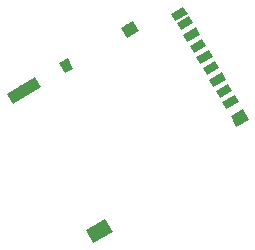
<source format=gtp>
G04 #@! TF.GenerationSoftware,KiCad,Pcbnew,(5.0.2)-1*
G04 #@! TF.CreationDate,2021-09-11T16:33:57+09:00*
G04 #@! TF.ProjectId,Pillar,50696c6c-6172-42e6-9b69-6361645f7063,rev?*
G04 #@! TF.SameCoordinates,Original*
G04 #@! TF.FileFunction,Paste,Top*
G04 #@! TF.FilePolarity,Positive*
%FSLAX46Y46*%
G04 Gerber Fmt 4.6, Leading zero omitted, Abs format (unit mm)*
G04 Created by KiCad (PCBNEW (5.0.2)-1) date 2021/09/11 16:33:57*
%MOMM*%
%LPD*%
G01*
G04 APERTURE LIST*
%ADD10C,0.700000*%
%ADD11C,0.100000*%
%ADD12C,1.000000*%
%ADD13C,0.800000*%
%ADD14C,1.300000*%
G04 APERTURE END LIST*
D10*
G04 #@! TO.C,CN5*
X103752546Y-113449601D03*
D11*
G36*
X103057931Y-113446492D02*
X104097161Y-112846492D01*
X104447161Y-113452710D01*
X103407931Y-114052710D01*
X103057931Y-113446492D01*
X103057931Y-113446492D01*
G37*
D10*
X104227546Y-114272325D03*
D11*
G36*
X103532931Y-114269216D02*
X104572161Y-113669216D01*
X104922161Y-114275434D01*
X103882931Y-114875434D01*
X103532931Y-114269216D01*
X103532931Y-114269216D01*
G37*
D10*
X108077546Y-120940720D03*
D11*
G36*
X107382931Y-120937611D02*
X108422161Y-120337611D01*
X108772161Y-120943829D01*
X107732931Y-121543829D01*
X107382931Y-120937611D01*
X107382931Y-120937611D01*
G37*
D10*
X107527546Y-119988093D03*
D11*
G36*
X106832931Y-119984984D02*
X107872161Y-119384984D01*
X108222161Y-119991202D01*
X107182931Y-120591202D01*
X106832931Y-119984984D01*
X106832931Y-119984984D01*
G37*
D10*
X106977546Y-119035465D03*
D11*
G36*
X106282931Y-119032356D02*
X107322161Y-118432356D01*
X107672161Y-119038574D01*
X106632931Y-119638574D01*
X106282931Y-119032356D01*
X106282931Y-119032356D01*
G37*
D10*
X106427546Y-118082837D03*
D11*
G36*
X105732931Y-118079728D02*
X106772161Y-117479728D01*
X107122161Y-118085946D01*
X106082931Y-118685946D01*
X105732931Y-118079728D01*
X105732931Y-118079728D01*
G37*
D10*
X105877546Y-117130209D03*
D11*
G36*
X105182931Y-117127100D02*
X106222161Y-116527100D01*
X106572161Y-117133318D01*
X105532931Y-117733318D01*
X105182931Y-117127100D01*
X105182931Y-117127100D01*
G37*
D10*
X105327546Y-116177581D03*
D11*
G36*
X104632931Y-116174472D02*
X105672161Y-115574472D01*
X106022161Y-116180690D01*
X104982931Y-116780690D01*
X104632931Y-116174472D01*
X104632931Y-116174472D01*
G37*
D10*
X104777546Y-115224953D03*
D11*
G36*
X104082931Y-115221844D02*
X105122161Y-114621844D01*
X105472161Y-115228062D01*
X104432931Y-115828062D01*
X104082931Y-115221844D01*
X104082931Y-115221844D01*
G37*
D12*
X108852546Y-122283060D03*
D11*
G36*
X108082931Y-122150047D02*
X109122161Y-121550047D01*
X109622161Y-122416073D01*
X108582931Y-123016073D01*
X108082931Y-122150047D01*
X108082931Y-122150047D01*
G37*
D12*
X99553637Y-114776877D03*
D11*
G36*
X98784022Y-114643864D02*
X99823252Y-114043864D01*
X100323252Y-114909890D01*
X99284022Y-115509890D01*
X98784022Y-114643864D01*
X98784022Y-114643864D01*
G37*
D13*
X94184280Y-117876877D03*
D11*
G36*
X93587870Y-117643864D02*
X94280690Y-117243864D01*
X94780690Y-118109890D01*
X94087870Y-118509890D01*
X93587870Y-117643864D01*
X93587870Y-117643864D01*
G37*
D12*
X90590274Y-119951877D03*
D11*
G36*
X89127838Y-120218864D02*
X91552710Y-118818864D01*
X92052710Y-119684890D01*
X89627838Y-121084890D01*
X89127838Y-120218864D01*
X89127838Y-120218864D01*
G37*
D14*
X96950563Y-131868220D03*
D11*
G36*
X95802839Y-131780303D02*
X97448287Y-130830303D01*
X98098287Y-131956137D01*
X96452839Y-132906137D01*
X95802839Y-131780303D01*
X95802839Y-131780303D01*
G37*
G04 #@! TD*
M02*

</source>
